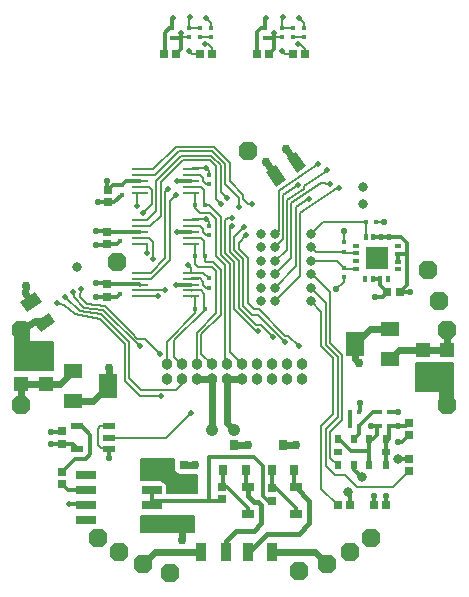
<source format=gtl>
G75*
%MOIN*%
%OFA0B0*%
%FSLAX24Y24*%
%IPPOS*%
%LPD*%
%AMOC8*
5,1,8,0,0,1.08239X$1,22.5*
%
%ADD10R,0.0380X0.0600*%
%ADD11R,0.0630X0.0512*%
%ADD12R,0.0630X0.0787*%
%ADD13R,0.1260X0.0276*%
%ADD14R,0.0453X0.0512*%
%ADD15OC8,0.0630*%
%ADD16C,0.0380*%
%ADD17R,0.0551X0.0110*%
%ADD18R,0.0170X0.0170*%
%ADD19R,0.0300X0.0270*%
%ADD20R,0.0394X0.0217*%
%ADD21R,0.0700X0.0250*%
%ADD22R,0.0315X0.0354*%
%ADD23R,0.0400X0.0300*%
%ADD24R,0.0270X0.0300*%
%ADD25R,0.0236X0.0276*%
%ADD26R,0.0276X0.0236*%
%ADD27R,0.0768X0.0768*%
%ADD28R,0.0240X0.0120*%
%ADD29R,0.0120X0.0240*%
%ADD30C,0.0317*%
%ADD31R,0.0740X0.0480*%
%ADD32R,0.0300X0.0300*%
%ADD33R,0.0315X0.0315*%
%ADD34C,0.0198*%
%ADD35C,0.0120*%
%ADD36C,0.0060*%
%ADD37C,0.0210*%
%ADD38C,0.0200*%
%ADD39C,0.0300*%
%ADD40C,0.0240*%
%ADD41C,0.0413*%
%ADD42C,0.0160*%
D10*
X009780Y004740D03*
X010600Y004740D03*
X011330Y004740D03*
X012150Y004740D03*
G36*
X004711Y012701D02*
X004923Y012386D01*
X004427Y012051D01*
X004215Y012366D01*
X004711Y012701D01*
G37*
G36*
X004253Y013381D02*
X004465Y013066D01*
X003969Y012731D01*
X003757Y013046D01*
X004253Y013381D01*
G37*
G36*
X012600Y017119D02*
X012285Y016907D01*
X011950Y017403D01*
X012265Y017615D01*
X012600Y017119D01*
G37*
G36*
X013280Y017577D02*
X012965Y017365D01*
X012630Y017861D01*
X012945Y018073D01*
X013280Y017577D01*
G37*
D11*
X016061Y012169D03*
X016061Y011169D03*
X005519Y010761D03*
X005519Y009761D03*
D12*
X006661Y010261D03*
X014919Y011669D03*
D13*
X017584Y010890D03*
X004196Y010890D03*
D14*
X003793Y010309D03*
X004600Y010309D03*
X004600Y011471D03*
X003793Y011471D03*
X017180Y011471D03*
X017987Y011471D03*
X017987Y010309D03*
X017180Y010309D03*
D15*
X017990Y009640D03*
X017990Y012140D03*
X017694Y013091D03*
X017340Y014132D03*
X011340Y018090D03*
X006990Y014390D03*
X003790Y012140D03*
X003790Y009640D03*
X006357Y005190D03*
X007041Y004736D03*
X007840Y004340D03*
X008740Y004040D03*
X013040Y004090D03*
X013990Y004340D03*
X014740Y004740D03*
X015440Y005190D03*
D16*
X013140Y010490D03*
X013140Y010990D03*
X012640Y010990D03*
X012640Y010490D03*
X012140Y010490D03*
X012140Y010990D03*
X011640Y010990D03*
X011640Y010490D03*
X011140Y010490D03*
X011140Y010990D03*
X010640Y010990D03*
X010640Y010490D03*
X010140Y010490D03*
X010140Y010990D03*
X009640Y010990D03*
X009640Y010490D03*
X009140Y010490D03*
X009140Y010990D03*
X008640Y010990D03*
X008640Y010490D03*
D17*
X009433Y013246D03*
X009433Y013443D03*
X009433Y013640D03*
X009433Y013837D03*
X009433Y014034D03*
X009433Y014996D03*
X009433Y015193D03*
X009433Y015390D03*
X009433Y015587D03*
X009433Y015784D03*
X009433Y016696D03*
X009433Y016893D03*
X009433Y017090D03*
X009433Y017287D03*
X009433Y017484D03*
X007747Y017484D03*
X007747Y017287D03*
X007747Y017090D03*
X007747Y016893D03*
X007747Y016696D03*
X007747Y015784D03*
X007747Y015587D03*
X007747Y015390D03*
X007747Y015193D03*
X007747Y014996D03*
X007747Y014034D03*
X007747Y013837D03*
X007747Y013640D03*
X007747Y013443D03*
X007747Y013246D03*
D18*
X007090Y013335D03*
X007090Y013645D03*
X007090Y015085D03*
X007090Y015395D03*
X007140Y016635D03*
X007140Y016945D03*
X009585Y016290D03*
X009895Y016290D03*
X010040Y015595D03*
X010040Y015285D03*
X009895Y014590D03*
X009585Y014590D03*
X010040Y013845D03*
X010040Y013535D03*
X009895Y012840D03*
X009585Y012840D03*
X010040Y016985D03*
X010040Y017295D03*
X010107Y021877D03*
X010107Y022187D03*
X009741Y022187D03*
X009741Y021877D03*
X009375Y021877D03*
X009375Y022187D03*
X008820Y022181D03*
X008820Y021871D03*
X011920Y021871D03*
X011920Y022181D03*
X012475Y022187D03*
X012475Y021877D03*
X012841Y021877D03*
X012841Y022187D03*
X013207Y022187D03*
X013207Y021877D03*
X015285Y015740D03*
X015595Y015740D03*
X014540Y015045D03*
X014540Y014735D03*
X014540Y014195D03*
X014540Y013885D03*
X014735Y009390D03*
X015045Y009390D03*
X015045Y008940D03*
X014735Y008940D03*
X015735Y008940D03*
X016045Y008940D03*
X016045Y009390D03*
X015735Y009390D03*
D19*
X012140Y006850D03*
X012140Y006430D03*
X010490Y006480D03*
X010490Y006900D03*
X006640Y013230D03*
X006640Y013650D03*
X006640Y014980D03*
X006640Y015400D03*
X006690Y016380D03*
X006690Y016800D03*
X005140Y008750D03*
X005140Y008330D03*
X005140Y007400D03*
X005140Y006980D03*
D20*
X005659Y008166D03*
X005659Y008914D03*
X006721Y008914D03*
X006721Y008540D03*
X006721Y008166D03*
D21*
X005930Y007290D03*
X005930Y006790D03*
X005930Y006290D03*
X005930Y005790D03*
X008150Y005790D03*
X008150Y006290D03*
X008150Y006790D03*
X008140Y007290D03*
D22*
X010516Y007463D03*
X011264Y007463D03*
X010890Y008290D03*
X012141Y007463D03*
X012515Y008290D03*
X012889Y007463D03*
D23*
X012940Y006880D03*
X012940Y006000D03*
X011340Y006000D03*
X011340Y006880D03*
D24*
X009200Y007640D03*
X008780Y007640D03*
X015980Y013390D03*
X016400Y013390D03*
D25*
X015947Y008498D03*
X015390Y008498D03*
X014890Y008498D03*
X014333Y008498D03*
X014333Y007632D03*
X014890Y007632D03*
X015390Y007632D03*
X015947Y007632D03*
D26*
X015947Y008065D03*
X014333Y008065D03*
D27*
X015640Y014540D03*
D28*
X014941Y014422D03*
X014941Y014678D03*
X014941Y014934D03*
X014941Y014166D03*
X016339Y014146D03*
X016339Y014402D03*
X016339Y014658D03*
X016339Y014914D03*
D29*
X016034Y015239D03*
X015778Y015239D03*
X015522Y015239D03*
X015266Y015239D03*
X015246Y013841D03*
X015502Y013841D03*
X015758Y013841D03*
X016014Y013841D03*
D30*
X015190Y016340D03*
X015190Y016890D03*
X013440Y015340D03*
X013440Y014890D03*
X013440Y014440D03*
X013440Y013990D03*
X013440Y013540D03*
X013440Y013090D03*
X012240Y013090D03*
X012240Y013540D03*
X012240Y013990D03*
X012240Y014440D03*
X012240Y014890D03*
X012240Y015340D03*
X011790Y015340D03*
X011790Y014890D03*
X011790Y014440D03*
X011790Y013990D03*
X011790Y013540D03*
X011790Y013090D03*
X016340Y007815D03*
X015140Y007215D03*
X014690Y006715D03*
X005640Y014240D03*
D31*
X009140Y006940D03*
X009140Y005640D03*
D32*
X014340Y006290D03*
X014740Y006290D03*
X015540Y006290D03*
X015940Y006290D03*
X016715Y007440D03*
X016715Y007840D03*
X016715Y008640D03*
X016715Y009040D03*
D33*
X013240Y021340D03*
X012840Y021340D03*
X012040Y021340D03*
X011640Y021340D03*
X010140Y021340D03*
X009740Y021340D03*
X008940Y021340D03*
X008540Y021340D03*
D34*
X009365Y021437D03*
X009109Y022030D03*
X008833Y022517D03*
X009396Y022545D03*
X009929Y022540D03*
X009915Y021657D03*
X011933Y022517D03*
X012209Y022030D03*
X012496Y022545D03*
X013029Y022540D03*
X013015Y021657D03*
X012465Y021437D03*
D35*
X012209Y021501D02*
X012209Y022030D01*
X012209Y021871D01*
X011920Y021871D01*
X011920Y022181D02*
X011775Y022181D01*
X011640Y022046D01*
X011640Y021340D01*
X012040Y021340D02*
X012108Y021400D01*
X012209Y021501D01*
X011920Y022181D02*
X011821Y022181D01*
X011920Y022181D02*
X011920Y022517D01*
X011933Y022517D01*
X009109Y022030D02*
X009109Y021501D01*
X009008Y021400D01*
X008940Y021340D01*
X008577Y021377D02*
X008540Y021340D01*
X008577Y021377D02*
X008577Y022037D01*
X008721Y022181D01*
X008820Y022181D01*
X008820Y022517D01*
X008833Y022517D01*
X009109Y022030D02*
X009109Y021871D01*
X008820Y021871D01*
X008990Y017090D02*
X009433Y017090D01*
X009433Y015390D02*
X008990Y015390D01*
X007747Y015390D02*
X007699Y015395D01*
X007090Y015395D01*
X007085Y015400D01*
X006640Y015400D01*
X006630Y015400D01*
X006615Y015415D01*
X006290Y015415D01*
X006290Y014965D02*
X006615Y014965D01*
X006630Y014980D01*
X006640Y014980D01*
X006985Y014980D01*
X007090Y015085D01*
X006885Y016380D02*
X006690Y016380D01*
X006680Y016390D01*
X006340Y016390D01*
X006680Y016790D02*
X006690Y016800D01*
X006835Y016945D01*
X007140Y016945D01*
X007285Y017090D01*
X007747Y017090D01*
X007140Y016635D02*
X006885Y016380D01*
X006690Y016800D02*
X006677Y016802D01*
X006665Y016807D01*
X006655Y016815D01*
X006647Y016825D01*
X006642Y016837D01*
X006640Y016850D01*
X006640Y017090D01*
X006600Y013690D02*
X006265Y013690D01*
X006600Y013690D02*
X006640Y013650D01*
X007085Y013650D01*
X007090Y013645D01*
X007699Y013645D01*
X007747Y013640D01*
X007090Y013335D02*
X006985Y013230D01*
X006640Y013230D01*
X006625Y013215D01*
X006265Y013215D01*
X008940Y013640D02*
X009433Y013640D01*
X005805Y008914D02*
X005659Y008914D01*
X005805Y008914D02*
X006090Y008629D01*
X006090Y007998D01*
X005932Y007840D01*
X005580Y007840D01*
X005140Y007400D01*
X005140Y006980D02*
X005330Y006790D01*
X005930Y006790D01*
X005930Y006315D02*
X005365Y006315D01*
X005930Y006290D02*
X005930Y006315D01*
X006715Y007865D02*
X006715Y008159D01*
X006721Y008166D01*
X005659Y008166D02*
X005494Y008330D01*
X005140Y008330D01*
X005125Y008315D01*
X004790Y008315D01*
X004790Y008740D02*
X005130Y008740D01*
X005140Y008750D01*
X008150Y006790D02*
X008150Y006440D01*
X010040Y006440D01*
X010480Y006440D01*
X010490Y006480D01*
X010490Y006900D02*
X010630Y006900D01*
X011340Y006190D01*
X011340Y006000D01*
X011840Y006590D02*
X012000Y006430D01*
X012140Y006430D01*
X011840Y006590D02*
X011840Y007598D01*
X011548Y007890D01*
X010040Y007890D01*
X010040Y006440D01*
X010490Y006900D02*
X010516Y006900D01*
X010516Y007463D01*
X011264Y007463D02*
X011264Y006880D01*
X011340Y006880D01*
X012140Y006850D02*
X012280Y006850D01*
X012940Y006190D01*
X012940Y006000D01*
X012940Y006880D02*
X012889Y006880D01*
X012889Y007463D01*
X012141Y007463D02*
X012141Y006850D01*
X012140Y006850D01*
X014333Y008498D02*
X014382Y008498D01*
X014790Y008090D01*
X015390Y008090D01*
X015390Y008498D01*
X015498Y008498D01*
X015640Y008640D01*
X015640Y008940D01*
X015735Y008940D01*
X015440Y008940D01*
X015045Y008940D02*
X015045Y008653D01*
X014890Y008498D01*
X015045Y008940D02*
X015495Y009390D01*
X015735Y009390D01*
X016045Y009390D02*
X016340Y009390D01*
X016340Y008940D02*
X016615Y008940D01*
X016715Y009040D01*
X016340Y008940D02*
X016340Y008940D01*
X016045Y008940D01*
X016045Y008498D01*
X015947Y008498D01*
X015947Y008065D01*
X015947Y007632D01*
X016340Y007815D02*
X016365Y007840D01*
X016715Y007840D01*
X016465Y008390D02*
X016340Y008390D01*
X016465Y008390D02*
X016715Y008640D01*
X015760Y008940D02*
X015735Y008940D01*
X015090Y009435D02*
X015090Y009690D01*
X015090Y009435D02*
X015045Y009390D01*
X014735Y009390D02*
X014735Y008940D01*
X015390Y008090D02*
X015390Y007632D01*
X015140Y007215D02*
X014890Y007465D01*
X014890Y007632D01*
X014690Y006715D02*
X014740Y006665D01*
X014740Y006290D01*
X015540Y006290D02*
X015540Y006590D01*
X015940Y006590D02*
X015940Y006290D01*
X015940Y006590D02*
X015940Y006590D01*
X015840Y013240D02*
X015590Y013240D01*
X015840Y013240D02*
X015980Y013390D01*
X015758Y013612D01*
X015758Y013841D01*
X015502Y013841D01*
X016400Y013390D02*
X016740Y013390D01*
X016640Y013630D02*
X016400Y013390D01*
X016640Y013630D02*
X016640Y014658D01*
X016640Y015040D01*
X016440Y015240D01*
X016035Y015240D01*
X016034Y015239D01*
X016035Y015240D01*
X016034Y015239D02*
X015778Y015239D01*
X015522Y015239D01*
X016339Y014658D02*
X016339Y014402D01*
X016339Y014658D02*
X016640Y014658D01*
X008150Y006440D02*
X008150Y006290D01*
D36*
X007790Y005940D02*
X007790Y005890D01*
X007790Y005390D01*
X009540Y005390D01*
X009540Y005940D01*
X007790Y005940D01*
X007790Y005917D02*
X009540Y005917D01*
X009540Y005859D02*
X007790Y005859D01*
X007790Y005800D02*
X009540Y005800D01*
X009540Y005742D02*
X007790Y005742D01*
X007790Y005683D02*
X009540Y005683D01*
X009540Y005625D02*
X007790Y005625D01*
X007790Y005566D02*
X009540Y005566D01*
X009540Y005508D02*
X007790Y005508D01*
X007790Y005449D02*
X009540Y005449D01*
X009540Y005391D02*
X007790Y005391D01*
X008640Y006690D02*
X008640Y006960D01*
X008460Y007140D01*
X007790Y007140D01*
X007790Y007840D01*
X008890Y007840D01*
X008890Y007431D01*
X009031Y007290D01*
X009640Y007290D01*
X009640Y006690D01*
X008640Y006690D01*
X008640Y006736D02*
X009640Y006736D01*
X009640Y006795D02*
X008640Y006795D01*
X008640Y006853D02*
X009640Y006853D01*
X009640Y006912D02*
X008640Y006912D01*
X008629Y006970D02*
X009640Y006970D01*
X009640Y007029D02*
X008571Y007029D01*
X008512Y007087D02*
X009640Y007087D01*
X009640Y007146D02*
X007790Y007146D01*
X007790Y007204D02*
X009640Y007204D01*
X009640Y007263D02*
X007790Y007263D01*
X007790Y007321D02*
X009000Y007321D01*
X008941Y007380D02*
X007790Y007380D01*
X007790Y007438D02*
X008890Y007438D01*
X008890Y007497D02*
X007790Y007497D01*
X007790Y007555D02*
X008890Y007555D01*
X008890Y007614D02*
X007790Y007614D01*
X007790Y007672D02*
X008890Y007672D01*
X008890Y007731D02*
X007790Y007731D01*
X007790Y007789D02*
X008890Y007789D01*
X008615Y008540D02*
X009440Y009365D01*
X008940Y010140D02*
X009140Y010340D01*
X009140Y010490D01*
X008940Y010140D02*
X007790Y010140D01*
X007390Y010540D01*
X007390Y011715D01*
X006457Y012648D01*
X005732Y012773D01*
X005239Y013211D01*
X005215Y012972D02*
X004993Y013041D01*
X005215Y012972D02*
X005572Y012647D01*
X006397Y012508D01*
X007240Y011665D01*
X007240Y010440D01*
X007740Y009940D01*
X008440Y009940D01*
X008640Y010990D02*
X008640Y011740D01*
X009585Y012685D01*
X009585Y012840D01*
X009585Y013246D01*
X009433Y013246D01*
X009485Y013237D01*
X009479Y013440D02*
X009433Y013443D01*
X009787Y013443D01*
X009890Y013340D01*
X009890Y012845D01*
X009895Y012840D01*
X009895Y012795D01*
X008890Y011790D01*
X008890Y011240D01*
X009140Y010990D01*
X009640Y010990D02*
X009640Y012040D01*
X010290Y012690D01*
X010290Y014090D01*
X010140Y014240D01*
X009690Y014240D01*
X009590Y014340D01*
X009590Y014585D01*
X009585Y014590D01*
X009585Y014996D01*
X009433Y014996D01*
X009433Y015193D02*
X009777Y015193D01*
X009890Y015080D01*
X009890Y014595D01*
X009895Y014590D01*
X009895Y014435D01*
X009940Y014390D01*
X010190Y014390D01*
X010440Y014140D01*
X010440Y012640D01*
X009790Y011990D01*
X009790Y011340D01*
X010140Y010990D01*
X010590Y011040D02*
X010640Y010990D01*
X010590Y011040D02*
X010590Y012640D01*
X010590Y014290D01*
X010290Y014590D01*
X010290Y015840D01*
X010090Y016040D01*
X009740Y016040D01*
X009585Y016195D01*
X009585Y016290D01*
X009585Y016696D01*
X009433Y016696D01*
X009433Y016893D02*
X009777Y016893D01*
X009890Y016780D01*
X009890Y016295D01*
X009895Y016290D01*
X010040Y016290D01*
X010440Y015890D01*
X010440Y014640D01*
X010740Y014340D01*
X010740Y011390D01*
X011140Y010990D01*
X011615Y012090D02*
X011365Y012340D01*
X010890Y012815D01*
X010890Y014390D01*
X010590Y014690D01*
X010590Y015790D01*
X010665Y015865D01*
X010815Y015865D01*
X010815Y015590D02*
X010740Y015515D01*
X010740Y014740D01*
X011040Y014440D01*
X011040Y012865D01*
X011615Y012290D01*
X011764Y012290D01*
X012165Y011889D01*
X012165Y011890D01*
X012165Y011890D01*
X012590Y011940D02*
X012690Y011940D01*
X013040Y011590D01*
X012590Y011740D02*
X012590Y011740D01*
X012590Y011740D01*
X011690Y012640D01*
X011490Y012640D01*
X011190Y012940D01*
X011190Y014490D01*
X010890Y014790D01*
X010890Y015240D01*
X011215Y015565D01*
X011290Y015290D02*
X011040Y015040D01*
X011040Y014840D01*
X011340Y014540D01*
X011340Y013015D01*
X011540Y012815D01*
X011715Y012815D01*
X012590Y011940D01*
X011690Y012090D02*
X011615Y012090D01*
X012240Y013090D02*
X013065Y013940D01*
X013065Y016040D01*
X014302Y016875D01*
X014374Y016861D01*
X014074Y016978D02*
X013791Y017033D01*
X012787Y016356D01*
X012787Y014537D01*
X012240Y013990D01*
X012240Y014440D02*
X012658Y014808D01*
X012658Y016452D01*
X013194Y016814D01*
X013215Y016921D01*
X013986Y017441D01*
X013989Y017458D01*
X013682Y017659D02*
X013682Y017659D01*
X012394Y016789D01*
X012390Y016790D01*
X012390Y015440D01*
X012290Y015340D01*
X012240Y015340D01*
X012522Y015172D02*
X012522Y016619D01*
X013003Y016943D01*
X013007Y016962D01*
X013354Y016498D02*
X013384Y016492D01*
X013354Y016498D02*
X012927Y016210D01*
X012927Y014252D01*
X012240Y013540D01*
X013440Y013540D02*
X013940Y013040D01*
X013940Y011640D01*
X014340Y011240D01*
X014340Y009240D01*
X013940Y008840D01*
X013940Y007582D01*
X014232Y007290D01*
X014590Y007290D01*
X014990Y006890D01*
X016165Y006890D01*
X016715Y007440D01*
X017740Y009640D02*
X017740Y010090D01*
X016940Y010090D01*
X016940Y011040D01*
X018190Y011040D01*
X018190Y009640D01*
X017740Y009640D01*
X017740Y009661D02*
X018190Y009661D01*
X018190Y009720D02*
X017740Y009720D01*
X017740Y009778D02*
X018190Y009778D01*
X018190Y009837D02*
X017740Y009837D01*
X017740Y009895D02*
X018190Y009895D01*
X018190Y009954D02*
X017740Y009954D01*
X017740Y010012D02*
X018190Y010012D01*
X018190Y010071D02*
X017740Y010071D01*
X018190Y010129D02*
X016940Y010129D01*
X016940Y010188D02*
X018190Y010188D01*
X018190Y010246D02*
X016940Y010246D01*
X016940Y010305D02*
X018190Y010305D01*
X018190Y010363D02*
X016940Y010363D01*
X016940Y010422D02*
X018190Y010422D01*
X018190Y010480D02*
X016940Y010480D01*
X016940Y010539D02*
X018190Y010539D01*
X018190Y010597D02*
X016940Y010597D01*
X016940Y010656D02*
X018190Y010656D01*
X018190Y010714D02*
X016940Y010714D01*
X016940Y010773D02*
X018190Y010773D01*
X018190Y010831D02*
X016940Y010831D01*
X016940Y010890D02*
X018190Y010890D01*
X018190Y010949D02*
X016940Y010949D01*
X016940Y011007D02*
X018190Y011007D01*
X014941Y014166D02*
X014569Y014166D01*
X014540Y014195D01*
X014295Y014440D01*
X013440Y014440D01*
X013440Y013990D02*
X013480Y013990D01*
X014090Y013380D01*
X014090Y011690D01*
X014490Y011290D01*
X014490Y009140D01*
X014090Y008740D01*
X014090Y007875D01*
X014333Y007632D01*
X013790Y006840D02*
X013790Y008940D01*
X014190Y009340D01*
X014190Y011190D01*
X013790Y011590D01*
X013790Y012740D01*
X013440Y013090D01*
X014290Y013490D02*
X014540Y013740D01*
X014540Y013885D01*
X014597Y014678D02*
X014540Y014735D01*
X013595Y014735D01*
X013440Y014890D01*
X013440Y015340D02*
X013840Y015740D01*
X015285Y015740D01*
X015266Y015721D01*
X015266Y015239D01*
X015595Y015740D02*
X015890Y015740D01*
X015890Y015740D01*
X014941Y014678D02*
X014597Y014678D01*
X014540Y015045D02*
X014540Y015440D01*
X012522Y015172D02*
X012240Y014890D01*
X011465Y016340D02*
X011340Y016340D01*
X011190Y016490D01*
X011190Y016640D01*
X010740Y017090D01*
X010740Y017699D01*
X010199Y018240D01*
X008946Y018240D01*
X008190Y017484D01*
X007747Y017484D01*
X007747Y017287D02*
X008240Y017287D01*
X009043Y018090D01*
X010160Y018090D01*
X010590Y017660D01*
X010590Y016990D01*
X011040Y016540D01*
X011040Y016240D01*
X010640Y016540D02*
X010440Y016740D01*
X010440Y017620D01*
X010120Y017940D01*
X009122Y017940D01*
X008290Y017108D01*
X008290Y016090D01*
X007984Y015784D01*
X007747Y015784D01*
X007747Y015587D02*
X008087Y015587D01*
X008440Y015940D01*
X008440Y017047D01*
X009183Y017790D01*
X010078Y017790D01*
X010290Y017578D01*
X010290Y016490D01*
X010440Y016340D01*
X009940Y015840D02*
X009489Y015840D01*
X009433Y015784D01*
X009441Y015595D02*
X009735Y015595D01*
X009840Y015490D01*
X009840Y015390D01*
X009945Y015285D01*
X010040Y015285D01*
X010040Y015595D02*
X010040Y015740D01*
X009940Y015840D01*
X009441Y015595D02*
X009433Y015587D01*
X008740Y016440D02*
X008940Y016640D01*
X008740Y016440D02*
X008740Y014462D01*
X008115Y013837D01*
X007747Y013837D01*
X007747Y014034D02*
X008100Y014034D01*
X008590Y014524D01*
X008590Y016740D01*
X008690Y016840D01*
X008140Y016778D02*
X008140Y016340D01*
X007840Y016040D01*
X007640Y016265D02*
X007640Y016696D01*
X007747Y016696D01*
X007540Y016696D01*
X007704Y016890D02*
X008028Y016890D01*
X008140Y016778D01*
X007747Y016893D02*
X007704Y016890D01*
X007747Y015193D02*
X008046Y015193D01*
X008190Y015049D01*
X008190Y014490D01*
X007990Y014690D02*
X007990Y014990D01*
X007704Y014990D01*
X007747Y014996D01*
X007747Y013443D02*
X008590Y013443D01*
X008340Y013246D02*
X007747Y013246D01*
X006577Y012915D02*
X007465Y012027D01*
X007652Y011840D01*
X007902Y011840D01*
X008402Y011340D01*
X007727Y011578D02*
X006515Y012790D01*
X005873Y012874D01*
X005543Y013213D01*
X005498Y013382D01*
X005755Y013231D02*
X005788Y013478D01*
X005755Y013231D02*
X005969Y012999D01*
X006577Y012915D01*
X004840Y011740D02*
X004840Y010790D01*
X003590Y010790D01*
X003590Y012190D01*
X004040Y012190D01*
X004040Y011740D01*
X004840Y011740D01*
X004840Y011709D02*
X003590Y011709D01*
X003590Y011651D02*
X004840Y011651D01*
X004840Y011592D02*
X003590Y011592D01*
X003590Y011534D02*
X004840Y011534D01*
X004840Y011475D02*
X003590Y011475D01*
X003590Y011417D02*
X004840Y011417D01*
X004840Y011358D02*
X003590Y011358D01*
X003590Y011300D02*
X004840Y011300D01*
X004840Y011241D02*
X003590Y011241D01*
X003590Y011183D02*
X004840Y011183D01*
X004840Y011124D02*
X003590Y011124D01*
X003590Y011066D02*
X004840Y011066D01*
X004840Y011007D02*
X003590Y011007D01*
X003590Y010949D02*
X004840Y010949D01*
X004840Y010890D02*
X003590Y010890D01*
X003590Y010831D02*
X004840Y010831D01*
X004040Y011768D02*
X003590Y011768D01*
X003590Y011826D02*
X004040Y011826D01*
X004040Y011885D02*
X003590Y011885D01*
X003590Y011943D02*
X004040Y011943D01*
X004040Y012002D02*
X003590Y012002D01*
X003590Y012060D02*
X004040Y012060D01*
X004040Y012119D02*
X003590Y012119D01*
X003590Y012177D02*
X004040Y012177D01*
X006414Y008914D02*
X006340Y008840D01*
X006340Y008290D01*
X006440Y008190D01*
X006697Y008190D01*
X006721Y008166D01*
X006721Y008540D02*
X007440Y008540D01*
X008615Y008540D01*
X006721Y008914D02*
X006414Y008914D01*
X009945Y013535D02*
X010040Y013535D01*
X009945Y013535D02*
X009840Y013640D01*
X009840Y013740D01*
X009735Y013845D01*
X009441Y013845D01*
X009433Y013837D01*
X009433Y014034D02*
X009851Y014034D01*
X010040Y013845D01*
X009433Y014034D02*
X009433Y014197D01*
X009340Y014290D01*
X009945Y016985D02*
X010040Y016985D01*
X009945Y016985D02*
X009840Y017090D01*
X009840Y017190D01*
X009735Y017295D01*
X009441Y017295D01*
X009433Y017287D01*
X009433Y017484D02*
X009489Y017540D01*
X009940Y017540D01*
X010040Y017440D01*
X010040Y017295D01*
X010140Y021340D02*
X010140Y021527D01*
X010020Y021647D01*
X009915Y021657D01*
X009741Y021877D02*
X010107Y021877D01*
X010107Y022187D02*
X010107Y022362D01*
X009929Y022540D01*
X009741Y022187D02*
X009375Y022187D01*
X009375Y022524D01*
X009396Y022545D01*
X009109Y022030D02*
X009109Y021877D01*
X009375Y021877D01*
X009365Y021437D02*
X009462Y021340D01*
X009740Y021340D01*
X009109Y022027D02*
X009109Y022030D01*
X012209Y022027D02*
X012209Y022030D01*
X012209Y021877D01*
X012475Y021877D01*
X012475Y022187D02*
X012841Y022187D01*
X012841Y021877D02*
X013207Y021877D01*
X013083Y021647D02*
X013015Y021657D01*
X013083Y021647D02*
X013240Y021490D01*
X013240Y021340D01*
X013240Y021339D02*
X013238Y021339D01*
X013236Y021340D01*
X013234Y021341D01*
X012840Y021340D02*
X012562Y021340D01*
X012465Y021437D01*
X012475Y022187D02*
X012475Y022524D01*
X012496Y022545D01*
X013029Y022540D02*
X013207Y022362D01*
X013207Y022187D01*
X013790Y006840D02*
X014340Y006290D01*
D37*
X015540Y006590D03*
X015940Y006590D03*
X016340Y008390D03*
X016340Y008940D03*
X016340Y009390D03*
X015440Y008940D03*
X015090Y009690D03*
X015590Y013240D03*
X016740Y013390D03*
X015890Y015740D03*
X014540Y015440D03*
X014290Y013490D03*
X006640Y017090D03*
X006340Y016390D03*
X006290Y015415D03*
X006290Y014965D03*
X006265Y013690D03*
X006265Y013215D03*
X004790Y008740D03*
X004790Y008315D03*
X006715Y007865D03*
D38*
X005365Y006315D03*
X008440Y009940D03*
X009440Y009365D03*
X008402Y011340D03*
X007727Y011578D03*
X008340Y013246D03*
X008590Y013443D03*
X008940Y013640D03*
X009340Y014290D03*
X008990Y015390D03*
X009940Y015840D03*
X010440Y016340D03*
X010640Y016540D03*
X011040Y016240D03*
X010815Y015865D03*
X010815Y015590D03*
X011215Y015565D03*
X011290Y015290D03*
X011465Y016340D03*
X013007Y016962D03*
X013384Y016492D03*
X014074Y016978D03*
X014374Y016861D03*
X013989Y017458D03*
X013682Y017659D03*
X009940Y017540D03*
X008990Y017090D03*
X008940Y016640D03*
X008690Y016840D03*
X007840Y016040D03*
X007640Y016265D03*
X007990Y014690D03*
X008190Y014490D03*
X005788Y013478D03*
X005498Y013382D03*
X005239Y013211D03*
X004993Y013041D03*
X011690Y012090D03*
X012165Y011890D03*
X012590Y011740D03*
X013040Y011590D03*
D39*
X015040Y011040D03*
X012940Y008290D03*
X011340Y008290D03*
X009590Y007640D03*
X008390Y007740D03*
X009140Y005140D03*
X006715Y010865D03*
X003944Y013583D03*
X011949Y017726D03*
X012612Y018173D03*
D40*
X012955Y017719D01*
X012275Y017261D02*
X012261Y017263D01*
X011949Y017726D01*
X015419Y012169D02*
X014919Y011669D01*
X014919Y011161D01*
X015040Y011040D01*
X016061Y011169D02*
X016363Y011471D01*
X017180Y011471D01*
X017987Y011471D01*
X017987Y012137D01*
X017990Y012140D01*
X016061Y012169D02*
X015419Y012169D01*
X012940Y008290D02*
X012515Y008290D01*
X012940Y008290D02*
X012940Y008290D01*
X011340Y008290D02*
X011340Y008290D01*
X010890Y008290D01*
X010890Y008790D02*
X010640Y009040D01*
X010640Y010490D01*
X011140Y010490D01*
X010140Y010490D02*
X010140Y008790D01*
X010140Y008790D01*
X009590Y007640D02*
X009200Y007640D01*
X009140Y005640D02*
X009140Y005140D01*
X009780Y004740D02*
X008240Y004740D01*
X007840Y004340D01*
X003793Y009643D02*
X003790Y009640D01*
X003793Y009643D02*
X003793Y010309D01*
X004600Y010309D01*
X005067Y010309D01*
X005519Y010761D01*
X005519Y009761D02*
X006161Y009761D01*
X006661Y010261D01*
X006715Y010315D01*
X006715Y010865D01*
X004569Y012376D02*
X004236Y012441D01*
X003790Y012140D01*
X004111Y013056D02*
X003902Y013366D01*
X003944Y013583D01*
X009640Y010490D02*
X010140Y010490D01*
X012150Y004740D02*
X013590Y004740D01*
X013990Y004340D01*
D41*
X010890Y008790D03*
X010140Y008790D03*
D42*
X011340Y006880D02*
X011340Y006590D01*
X011540Y006390D01*
X011680Y006390D01*
X011790Y006280D01*
X011790Y005690D01*
X011540Y005440D01*
X010940Y005440D01*
X010600Y005100D01*
X010600Y004740D01*
X011330Y004740D02*
X011330Y004680D01*
X011990Y005340D01*
X013040Y005340D01*
X013390Y005690D01*
X013390Y006430D01*
X012940Y006880D01*
M02*

</source>
